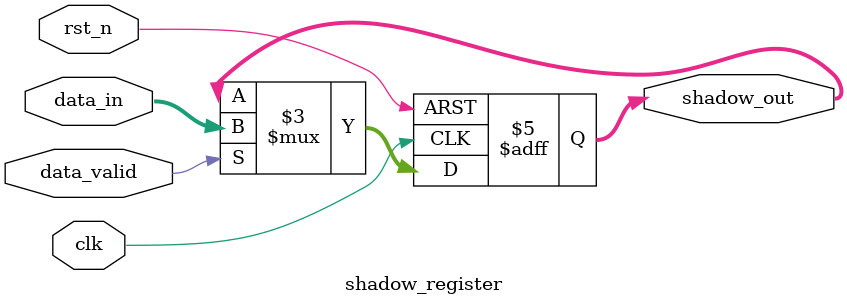
<source format=sv>

module priority_shadow_reg_top #(
    parameter WIDTH = 8
)(
    input wire clk,
    input wire rst_n,
    input wire [WIDTH-1:0] data_high_pri,
    input wire high_pri_valid,
    input wire [WIDTH-1:0] data_low_pri,
    input wire low_pri_valid,
    output wire [WIDTH-1:0] shadow_out
);
    // Internal signals
    wire [WIDTH-1:0] data_selected;
    wire data_valid;
    
    // Submodule instantiations
    priority_selector #(
        .WIDTH(WIDTH)
    ) u_priority_selector (
        .clk        (clk),
        .rst_n      (rst_n),
        .data_high  (data_high_pri),
        .high_valid (high_pri_valid),
        .data_low   (data_low_pri),
        .low_valid  (low_pri_valid),
        .data_out   (data_selected),
        .valid_out  (data_valid)
    );
    
    shadow_register #(
        .WIDTH(WIDTH)
    ) u_shadow_register (
        .clk       (clk),
        .rst_n     (rst_n),
        .data_in   (data_selected),
        .data_valid(data_valid),
        .shadow_out(shadow_out)
    );
    
endmodule

///////////////////////////////////////////////////////////
// File: priority_selector.v
// Handles priority-based input selection logic
///////////////////////////////////////////////////////////

module priority_selector #(
    parameter WIDTH = 8
)(
    input wire clk,
    input wire rst_n,
    input wire [WIDTH-1:0] data_high,
    input wire high_valid,
    input wire [WIDTH-1:0] data_low,
    input wire low_valid,
    output reg [WIDTH-1:0] data_out,
    output reg valid_out
);
    // Pre-calculated control signals to reduce critical path
    reg any_valid;
    reg [WIDTH-1:0] mux_result;
    reg next_valid;
    
    // Split the logic into parallel paths to balance delay
    always @(*) begin
        // Calculate validity and mux results in parallel
        any_valid = high_valid | low_valid;
        next_valid = any_valid;
        
        // Use separate paths for different data sources to balance logic
        case ({high_valid, low_valid})
            2'b10, 2'b11: mux_result = data_high; // High priority takes precedence when both valid
            2'b01:        mux_result = data_low;
            default:      mux_result = {WIDTH{1'b0}};
        endcase
    end
    
    // Register update logic
    always @(posedge clk or negedge rst_n) begin
        if (!rst_n) begin
            data_out <= {WIDTH{1'b0}};
            valid_out <= 1'b0;
        end
        else begin
            data_out <= mux_result;
            valid_out <= next_valid;
        end
    end
endmodule

///////////////////////////////////////////////////////////
// File: shadow_register.v
// Handles shadow register update logic
///////////////////////////////////////////////////////////

module shadow_register #(
    parameter WIDTH = 8
)(
    input wire clk,
    input wire rst_n,
    input wire [WIDTH-1:0] data_in,
    input wire data_valid,
    output reg [WIDTH-1:0] shadow_out
);
    // Optimized shadow register with direct update path
    // Removed extra pipeline stage to reduce latency
    
    // Use enable-based update instead of conditional assignment
    // This simplifies the critical path
    
    always @(posedge clk or negedge rst_n) begin
        if (!rst_n) begin
            shadow_out <= {WIDTH{1'b0}};
        end
        else if (data_valid) begin
            shadow_out <= data_in;
        end
    end
endmodule
</source>
